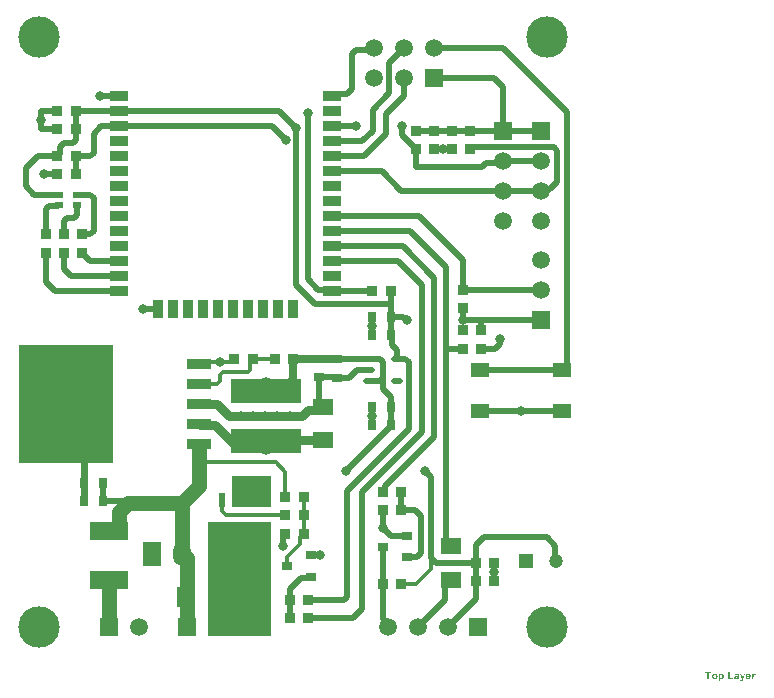
<source format=gtl>
G04*
G04 #@! TF.GenerationSoftware,Altium Limited,Altium Designer,23.3.1 (30)*
G04*
G04 Layer_Physical_Order=1*
G04 Layer_Color=255*
%FSLAX25Y25*%
%MOIN*%
G70*
G04*
G04 #@! TF.SameCoordinates,97A15D6B-2EEB-42C3-8D6F-FEDD3E2C4342*
G04*
G04*
G04 #@! TF.FilePolarity,Positive*
G04*
G01*
G75*
%ADD17R,0.03543X0.03799*%
%ADD18R,0.06102X0.05118*%
%ADD19R,0.03150X0.02165*%
%ADD20R,0.03799X0.03543*%
%ADD21R,0.02756X0.03543*%
%ADD22R,0.03937X0.01968*%
%ADD23O,0.03937X0.01968*%
%ADD24R,0.03543X0.02756*%
%ADD25R,0.05276X0.07087*%
%ADD26R,0.12598X0.05906*%
%ADD27R,0.07087X0.05276*%
%ADD28R,0.03543X0.03150*%
%ADD29R,0.05906X0.03543*%
%ADD30R,0.03543X0.05906*%
%ADD31R,0.17362X0.16142*%
%ADD32R,0.02362X0.05118*%
%ADD33R,0.23622X0.07874*%
%ADD34R,0.07874X0.03543*%
%ADD35R,0.31496X0.39370*%
%ADD64C,0.01968*%
%ADD65C,0.01181*%
%ADD66C,0.05118*%
%ADD67C,0.02756*%
%ADD68C,0.03150*%
%ADD69C,0.02362*%
%ADD70C,0.03937*%
%ADD71C,0.13780*%
%ADD72R,0.05906X0.05906*%
%ADD73C,0.05906*%
%ADD74C,0.04724*%
%ADD75R,0.04724X0.04724*%
%ADD76C,0.06000*%
%ADD77R,0.05906X0.05906*%
%ADD78R,0.05906X0.07874*%
%ADD79O,0.05906X0.07874*%
%ADD80C,0.03150*%
%ADD81C,0.03937*%
G36*
X-7500Y-97500D02*
X-28500D01*
Y-59500D01*
X-7500D01*
Y-97500D01*
D02*
G37*
G36*
Y-54500D02*
X-20500D01*
Y-44000D01*
X-7500D01*
Y-54500D01*
D02*
G37*
G36*
X153906Y-109862D02*
X153922Y-109865D01*
X153963Y-109870D01*
X154012Y-109881D01*
X154067Y-109897D01*
X154124Y-109922D01*
X154182Y-109952D01*
X154031Y-110372D01*
X154026Y-110370D01*
X154009Y-110359D01*
X153988Y-110348D01*
X153958Y-110331D01*
X153922Y-110318D01*
X153884Y-110304D01*
X153846Y-110296D01*
X153805Y-110293D01*
X153788D01*
X153769Y-110296D01*
X153745Y-110301D01*
X153717Y-110307D01*
X153690Y-110318D01*
X153660Y-110331D01*
X153633Y-110351D01*
X153630Y-110353D01*
X153622Y-110362D01*
X153608Y-110375D01*
X153592Y-110397D01*
X153576Y-110424D01*
X153556Y-110460D01*
X153537Y-110501D01*
X153521Y-110553D01*
Y-110555D01*
X153518Y-110561D01*
Y-110569D01*
X153515Y-110583D01*
X153513Y-110599D01*
X153510Y-110624D01*
X153505Y-110651D01*
X153502Y-110684D01*
X153499Y-110722D01*
X153494Y-110766D01*
X153491Y-110815D01*
X153488Y-110872D01*
X153485Y-110935D01*
Y-111003D01*
X153483Y-111080D01*
Y-111164D01*
Y-111726D01*
X152999D01*
Y-109900D01*
X153447D01*
Y-110162D01*
X153450Y-110160D01*
X153453Y-110154D01*
X153458Y-110146D01*
X153466Y-110132D01*
X153488Y-110099D01*
X153515Y-110061D01*
X153548Y-110020D01*
X153581Y-109982D01*
X153616Y-109947D01*
X153636Y-109930D01*
X153652Y-109919D01*
X153657Y-109916D01*
X153668Y-109911D01*
X153687Y-109900D01*
X153712Y-109889D01*
X153745Y-109878D01*
X153780Y-109867D01*
X153818Y-109862D01*
X153862Y-109859D01*
X153889D01*
X153906Y-109862D01*
D02*
G37*
G36*
X142907D02*
X142931D01*
X142958Y-109867D01*
X142989Y-109873D01*
X143024Y-109881D01*
X143065Y-109889D01*
X143106Y-109903D01*
X143150Y-109919D01*
X143193Y-109941D01*
X143240Y-109966D01*
X143286Y-109993D01*
X143330Y-110028D01*
X143374Y-110067D01*
X143417Y-110110D01*
X143420Y-110113D01*
X143428Y-110121D01*
X143439Y-110135D01*
X143453Y-110157D01*
X143469Y-110181D01*
X143488Y-110211D01*
X143507Y-110249D01*
X143529Y-110291D01*
X143551Y-110337D01*
X143570Y-110389D01*
X143589Y-110446D01*
X143605Y-110509D01*
X143619Y-110574D01*
X143633Y-110645D01*
X143638Y-110722D01*
X143641Y-110804D01*
Y-110809D01*
Y-110823D01*
X143638Y-110847D01*
Y-110880D01*
X143635Y-110918D01*
X143630Y-110962D01*
X143622Y-111011D01*
X143614Y-111066D01*
X143600Y-111120D01*
X143586Y-111180D01*
X143567Y-111238D01*
X143545Y-111298D01*
X143521Y-111355D01*
X143491Y-111413D01*
X143455Y-111467D01*
X143417Y-111516D01*
X143414Y-111519D01*
X143406Y-111527D01*
X143395Y-111538D01*
X143376Y-111555D01*
X143354Y-111574D01*
X143330Y-111595D01*
X143300Y-111617D01*
X143264Y-111642D01*
X143229Y-111666D01*
X143185Y-111688D01*
X143141Y-111710D01*
X143092Y-111729D01*
X143043Y-111743D01*
X142989Y-111757D01*
X142934Y-111765D01*
X142874Y-111767D01*
X142849D01*
X142819Y-111765D01*
X142781Y-111759D01*
X142740Y-111754D01*
X142694Y-111743D01*
X142645Y-111726D01*
X142598Y-111707D01*
X142593Y-111705D01*
X142576Y-111697D01*
X142552Y-111680D01*
X142519Y-111658D01*
X142481Y-111631D01*
X142437Y-111595D01*
X142391Y-111552D01*
X142341Y-111503D01*
Y-112420D01*
X141858D01*
Y-109900D01*
X142309D01*
Y-110168D01*
X142314Y-110165D01*
X142325Y-110149D01*
X142344Y-110121D01*
X142371Y-110091D01*
X142404Y-110056D01*
X142445Y-110018D01*
X142492Y-109979D01*
X142543Y-109947D01*
X142546D01*
X142552Y-109944D01*
X142560Y-109938D01*
X142571Y-109933D01*
X142585Y-109927D01*
X142601Y-109919D01*
X142642Y-109903D01*
X142691Y-109887D01*
X142748Y-109873D01*
X142811Y-109862D01*
X142877Y-109859D01*
X142890D01*
X142907Y-109862D01*
D02*
G37*
G36*
X150108Y-111658D02*
X149991Y-111975D01*
Y-111978D01*
X149988Y-111983D01*
X149986Y-111991D01*
X149980Y-112002D01*
X149969Y-112030D01*
X149953Y-112065D01*
X149934Y-112103D01*
X149915Y-112144D01*
X149893Y-112182D01*
X149871Y-112218D01*
X149868Y-112221D01*
X149860Y-112232D01*
X149849Y-112248D01*
X149833Y-112267D01*
X149813Y-112289D01*
X149792Y-112311D01*
X149764Y-112332D01*
X149737Y-112354D01*
X149734Y-112357D01*
X149723Y-112363D01*
X149707Y-112373D01*
X149688Y-112384D01*
X149661Y-112398D01*
X149628Y-112412D01*
X149592Y-112425D01*
X149554Y-112436D01*
X149549D01*
X149535Y-112442D01*
X149513Y-112444D01*
X149483Y-112450D01*
X149448Y-112455D01*
X149407Y-112461D01*
X149360Y-112464D01*
X149309Y-112466D01*
X149284D01*
X149257Y-112464D01*
X149224D01*
X149180Y-112458D01*
X149136Y-112453D01*
X149087Y-112447D01*
X149038Y-112436D01*
X148995Y-112057D01*
X149000D01*
X149014Y-112059D01*
X149036Y-112065D01*
X149063Y-112068D01*
X149093Y-112073D01*
X149128Y-112079D01*
X149197Y-112081D01*
X149213D01*
X149224Y-112079D01*
X149254Y-112076D01*
X149292Y-112068D01*
X149330Y-112057D01*
X149374Y-112038D01*
X149412Y-112013D01*
X149445Y-111980D01*
X149448Y-111975D01*
X149459Y-111961D01*
X149472Y-111942D01*
X149491Y-111912D01*
X149511Y-111877D01*
X149532Y-111833D01*
X149551Y-111786D01*
X149568Y-111732D01*
X148877Y-109900D01*
X149390D01*
X149824Y-111200D01*
X150253Y-109900D01*
X150753D01*
X150108Y-111658D01*
D02*
G37*
G36*
X147941Y-109862D02*
X147974D01*
X148006Y-109865D01*
X148045Y-109870D01*
X148124Y-109878D01*
X148203Y-109892D01*
X148279Y-109911D01*
X148312Y-109925D01*
X148345Y-109938D01*
X148347D01*
X148353Y-109941D01*
X148361Y-109947D01*
X148369Y-109952D01*
X148399Y-109968D01*
X148432Y-109990D01*
X148470Y-110020D01*
X148506Y-110053D01*
X148541Y-110091D01*
X148569Y-110132D01*
X148571Y-110138D01*
X148574Y-110146D01*
X148580Y-110154D01*
X148585Y-110168D01*
X148591Y-110187D01*
X148596Y-110206D01*
X148601Y-110230D01*
X148607Y-110258D01*
X148612Y-110288D01*
X148618Y-110323D01*
X148623Y-110364D01*
X148629Y-110408D01*
X148631Y-110454D01*
X148634Y-110506D01*
Y-110564D01*
X148626Y-111129D01*
Y-111131D01*
Y-111140D01*
Y-111151D01*
Y-111167D01*
Y-111189D01*
Y-111211D01*
X148629Y-111262D01*
X148631Y-111320D01*
X148634Y-111380D01*
X148640Y-111434D01*
X148645Y-111462D01*
X148648Y-111484D01*
Y-111489D01*
X148653Y-111503D01*
X148659Y-111527D01*
X148667Y-111557D01*
X148678Y-111593D01*
X148694Y-111634D01*
X148713Y-111680D01*
X148735Y-111726D01*
X148257D01*
Y-111724D01*
X148255Y-111718D01*
X148249Y-111707D01*
X148244Y-111691D01*
X148238Y-111672D01*
X148227Y-111647D01*
X148219Y-111617D01*
X148208Y-111584D01*
Y-111582D01*
X148205Y-111576D01*
X148203Y-111560D01*
X148197Y-111541D01*
X148195Y-111533D01*
X148192Y-111527D01*
X148186Y-111533D01*
X148170Y-111546D01*
X148145Y-111568D01*
X148113Y-111595D01*
X148074Y-111623D01*
X148028Y-111653D01*
X147979Y-111683D01*
X147927Y-111707D01*
X147924D01*
X147922Y-111710D01*
X147913Y-111713D01*
X147903Y-111716D01*
X147875Y-111726D01*
X147837Y-111737D01*
X147793Y-111748D01*
X147741Y-111759D01*
X147687Y-111765D01*
X147627Y-111767D01*
X147599D01*
X147580Y-111765D01*
X147556Y-111762D01*
X147529Y-111759D01*
X147499Y-111754D01*
X147466Y-111748D01*
X147395Y-111732D01*
X147321Y-111705D01*
X147283Y-111686D01*
X147247Y-111666D01*
X147215Y-111645D01*
X147182Y-111617D01*
X147179Y-111615D01*
X147174Y-111609D01*
X147168Y-111601D01*
X147157Y-111590D01*
X147144Y-111574D01*
X147130Y-111557D01*
X147116Y-111535D01*
X147103Y-111511D01*
X147086Y-111484D01*
X147073Y-111456D01*
X147045Y-111388D01*
X147034Y-111353D01*
X147029Y-111314D01*
X147023Y-111273D01*
X147021Y-111230D01*
Y-111227D01*
Y-111221D01*
Y-111213D01*
Y-111202D01*
X147023Y-111175D01*
X147029Y-111137D01*
X147040Y-111093D01*
X147051Y-111047D01*
X147070Y-111000D01*
X147094Y-110954D01*
Y-110951D01*
X147097Y-110948D01*
X147108Y-110935D01*
X147125Y-110913D01*
X147149Y-110886D01*
X147176Y-110856D01*
X147212Y-110826D01*
X147253Y-110796D01*
X147299Y-110771D01*
X147302D01*
X147305Y-110768D01*
X147313Y-110766D01*
X147324Y-110760D01*
X147337Y-110755D01*
X147354Y-110746D01*
X147376Y-110741D01*
X147397Y-110733D01*
X147422Y-110725D01*
X147452Y-110714D01*
X147485Y-110705D01*
X147518Y-110695D01*
X147556Y-110686D01*
X147597Y-110675D01*
X147638Y-110664D01*
X147684Y-110656D01*
X147687D01*
X147698Y-110654D01*
X147717Y-110651D01*
X147739Y-110645D01*
X147766Y-110640D01*
X147799Y-110635D01*
X147834Y-110626D01*
X147872Y-110618D01*
X147949Y-110599D01*
X148028Y-110580D01*
X148064Y-110569D01*
X148099Y-110558D01*
X148129Y-110547D01*
X148156Y-110536D01*
Y-110490D01*
Y-110487D01*
Y-110484D01*
Y-110465D01*
X148154Y-110441D01*
X148148Y-110411D01*
X148140Y-110378D01*
X148126Y-110345D01*
X148110Y-110312D01*
X148085Y-110288D01*
X148083Y-110285D01*
X148072Y-110280D01*
X148053Y-110269D01*
X148028Y-110258D01*
X147993Y-110247D01*
X147946Y-110236D01*
X147919Y-110233D01*
X147892Y-110230D01*
X147859Y-110228D01*
X147801D01*
X147777Y-110230D01*
X147750Y-110233D01*
X147717Y-110241D01*
X147681Y-110249D01*
X147649Y-110263D01*
X147619Y-110280D01*
X147616Y-110282D01*
X147608Y-110291D01*
X147594Y-110301D01*
X147578Y-110320D01*
X147558Y-110345D01*
X147539Y-110378D01*
X147520Y-110416D01*
X147504Y-110460D01*
X147070Y-110381D01*
Y-110378D01*
X147073Y-110370D01*
X147078Y-110356D01*
X147083Y-110337D01*
X147092Y-110315D01*
X147103Y-110291D01*
X147130Y-110233D01*
X147165Y-110168D01*
X147209Y-110102D01*
X147261Y-110042D01*
X147291Y-110012D01*
X147324Y-109987D01*
X147327Y-109985D01*
X147332Y-109982D01*
X147343Y-109976D01*
X147356Y-109968D01*
X147376Y-109957D01*
X147400Y-109947D01*
X147427Y-109936D01*
X147458Y-109922D01*
X147496Y-109911D01*
X147534Y-109900D01*
X147578Y-109889D01*
X147627Y-109878D01*
X147679Y-109870D01*
X147736Y-109865D01*
X147796Y-109859D01*
X147916D01*
X147941Y-109862D01*
D02*
G37*
G36*
X145525Y-111301D02*
X146789D01*
Y-111726D01*
X145017D01*
Y-109229D01*
X145525D01*
Y-111301D01*
D02*
G37*
G36*
X139401Y-109633D02*
X138659D01*
Y-111726D01*
X138151D01*
Y-109633D01*
X137403D01*
Y-109207D01*
X139401D01*
Y-109633D01*
D02*
G37*
G36*
X151795Y-109862D02*
X151825Y-109865D01*
X151858Y-109867D01*
X151899Y-109873D01*
X151943Y-109881D01*
X151989Y-109892D01*
X152041Y-109908D01*
X152093Y-109925D01*
X152145Y-109947D01*
X152199Y-109974D01*
X152251Y-110004D01*
X152303Y-110039D01*
X152352Y-110083D01*
X152399Y-110129D01*
X152402Y-110132D01*
X152410Y-110143D01*
X152421Y-110157D01*
X152434Y-110179D01*
X152453Y-110209D01*
X152472Y-110244D01*
X152494Y-110285D01*
X152516Y-110331D01*
X152538Y-110386D01*
X152557Y-110449D01*
X152576Y-110514D01*
X152593Y-110588D01*
X152606Y-110670D01*
X152617Y-110757D01*
X152625Y-110850D01*
Y-110951D01*
X151416D01*
Y-110954D01*
Y-110959D01*
Y-110973D01*
X151419Y-110987D01*
X151421Y-111006D01*
X151424Y-111028D01*
X151432Y-111074D01*
X151446Y-111129D01*
X151465Y-111186D01*
X151493Y-111240D01*
X151531Y-111290D01*
X151533D01*
X151536Y-111295D01*
X151550Y-111309D01*
X151574Y-111328D01*
X151607Y-111347D01*
X151648Y-111369D01*
X151697Y-111388D01*
X151752Y-111402D01*
X151782Y-111404D01*
X151812Y-111407D01*
X151831D01*
X151850Y-111404D01*
X151877Y-111399D01*
X151907Y-111393D01*
X151937Y-111382D01*
X151970Y-111366D01*
X152000Y-111347D01*
X152003Y-111344D01*
X152014Y-111336D01*
X152027Y-111320D01*
X152044Y-111298D01*
X152066Y-111271D01*
X152085Y-111235D01*
X152104Y-111194D01*
X152120Y-111145D01*
X152601Y-111227D01*
Y-111230D01*
X152595Y-111238D01*
X152590Y-111251D01*
X152585Y-111271D01*
X152574Y-111292D01*
X152560Y-111317D01*
X152546Y-111347D01*
X152530Y-111377D01*
X152489Y-111443D01*
X152437Y-111508D01*
X152377Y-111574D01*
X152341Y-111604D01*
X152306Y-111631D01*
X152303Y-111634D01*
X152298Y-111636D01*
X152287Y-111645D01*
X152270Y-111653D01*
X152251Y-111664D01*
X152227Y-111675D01*
X152199Y-111686D01*
X152170Y-111699D01*
X152134Y-111713D01*
X152096Y-111724D01*
X152055Y-111735D01*
X152011Y-111746D01*
X151965Y-111754D01*
X151913Y-111762D01*
X151861Y-111765D01*
X151806Y-111767D01*
X151785D01*
X151760Y-111765D01*
X151727Y-111762D01*
X151689Y-111759D01*
X151643Y-111751D01*
X151593Y-111743D01*
X151539Y-111729D01*
X151481Y-111713D01*
X151424Y-111691D01*
X151367Y-111666D01*
X151307Y-111636D01*
X151252Y-111601D01*
X151198Y-111560D01*
X151148Y-111513D01*
X151102Y-111459D01*
X151099Y-111456D01*
X151094Y-111448D01*
X151086Y-111434D01*
X151075Y-111413D01*
X151061Y-111388D01*
X151045Y-111361D01*
X151028Y-111325D01*
X151012Y-111287D01*
X150996Y-111243D01*
X150979Y-111194D01*
X150963Y-111142D01*
X150949Y-111088D01*
X150938Y-111028D01*
X150930Y-110965D01*
X150925Y-110897D01*
X150922Y-110828D01*
Y-110823D01*
Y-110809D01*
X150925Y-110785D01*
Y-110755D01*
X150930Y-110716D01*
X150935Y-110670D01*
X150941Y-110624D01*
X150952Y-110569D01*
X150963Y-110514D01*
X150979Y-110457D01*
X150998Y-110397D01*
X151020Y-110337D01*
X151048Y-110280D01*
X151080Y-110222D01*
X151116Y-110168D01*
X151157Y-110118D01*
X151159Y-110116D01*
X151168Y-110108D01*
X151181Y-110094D01*
X151200Y-110078D01*
X151222Y-110058D01*
X151252Y-110037D01*
X151285Y-110012D01*
X151321Y-109987D01*
X151361Y-109966D01*
X151408Y-109941D01*
X151457Y-109919D01*
X151512Y-109900D01*
X151566Y-109884D01*
X151626Y-109870D01*
X151692Y-109862D01*
X151757Y-109859D01*
X151776D01*
X151795Y-109862D01*
D02*
G37*
G36*
X140592D02*
X140619Y-109865D01*
X140654Y-109867D01*
X140695Y-109873D01*
X140742Y-109881D01*
X140791Y-109892D01*
X140843Y-109908D01*
X140897Y-109925D01*
X140955Y-109947D01*
X141009Y-109974D01*
X141067Y-110004D01*
X141124Y-110039D01*
X141176Y-110083D01*
X141228Y-110129D01*
X141230Y-110132D01*
X141239Y-110143D01*
X141252Y-110157D01*
X141269Y-110179D01*
X141290Y-110206D01*
X141312Y-110236D01*
X141334Y-110274D01*
X141361Y-110315D01*
X141386Y-110362D01*
X141408Y-110413D01*
X141432Y-110471D01*
X141452Y-110531D01*
X141468Y-110593D01*
X141482Y-110662D01*
X141490Y-110733D01*
X141492Y-110809D01*
Y-110815D01*
Y-110828D01*
X141490Y-110850D01*
Y-110877D01*
X141484Y-110913D01*
X141479Y-110954D01*
X141471Y-111000D01*
X141460Y-111049D01*
X141446Y-111104D01*
X141427Y-111159D01*
X141405Y-111216D01*
X141381Y-111273D01*
X141348Y-111333D01*
X141312Y-111388D01*
X141271Y-111445D01*
X141225Y-111497D01*
X141222Y-111500D01*
X141214Y-111508D01*
X141198Y-111522D01*
X141176Y-111538D01*
X141151Y-111560D01*
X141119Y-111582D01*
X141083Y-111606D01*
X141042Y-111631D01*
X140996Y-111658D01*
X140944Y-111683D01*
X140889Y-111705D01*
X140829Y-111724D01*
X140766Y-111743D01*
X140698Y-111757D01*
X140627Y-111765D01*
X140553Y-111767D01*
X140529D01*
X140510Y-111765D01*
X140488D01*
X140463Y-111762D01*
X140433Y-111759D01*
X140401Y-111754D01*
X140327Y-111740D01*
X140245Y-111721D01*
X140160Y-111694D01*
X140076Y-111655D01*
X140073Y-111653D01*
X140065Y-111650D01*
X140054Y-111645D01*
X140037Y-111634D01*
X140018Y-111623D01*
X139999Y-111606D01*
X139947Y-111571D01*
X139893Y-111524D01*
X139835Y-111467D01*
X139781Y-111399D01*
X139732Y-111322D01*
Y-111320D01*
X139726Y-111311D01*
X139721Y-111301D01*
X139713Y-111284D01*
X139704Y-111262D01*
X139693Y-111238D01*
X139685Y-111208D01*
X139674Y-111175D01*
X139663Y-111137D01*
X139653Y-111096D01*
X139641Y-111052D01*
X139633Y-111006D01*
X139625Y-110957D01*
X139620Y-110902D01*
X139617Y-110847D01*
X139614Y-110790D01*
Y-110787D01*
Y-110779D01*
Y-110766D01*
X139617Y-110749D01*
Y-110727D01*
X139620Y-110700D01*
X139625Y-110673D01*
X139628Y-110640D01*
X139644Y-110569D01*
X139663Y-110490D01*
X139693Y-110408D01*
X139710Y-110364D01*
X139732Y-110323D01*
X139734Y-110320D01*
X139737Y-110312D01*
X139745Y-110301D01*
X139753Y-110285D01*
X139764Y-110266D01*
X139781Y-110244D01*
X139816Y-110195D01*
X139865Y-110140D01*
X139923Y-110083D01*
X139988Y-110028D01*
X140065Y-109979D01*
X140067Y-109976D01*
X140076Y-109974D01*
X140086Y-109968D01*
X140103Y-109960D01*
X140125Y-109952D01*
X140149Y-109941D01*
X140177Y-109930D01*
X140207Y-109919D01*
X140242Y-109908D01*
X140280Y-109897D01*
X140362Y-109878D01*
X140452Y-109865D01*
X140501Y-109859D01*
X140570D01*
X140592Y-109862D01*
D02*
G37*
%LPC*%
G36*
X142743Y-110241D02*
X142726D01*
X142713Y-110244D01*
X142699Y-110247D01*
X142680Y-110249D01*
X142639Y-110258D01*
X142593Y-110274D01*
X142543Y-110299D01*
X142519Y-110315D01*
X142494Y-110334D01*
X142470Y-110356D01*
X142448Y-110381D01*
Y-110383D01*
X142443Y-110386D01*
X142437Y-110394D01*
X142429Y-110405D01*
X142421Y-110422D01*
X142412Y-110438D01*
X142402Y-110460D01*
X142391Y-110482D01*
X142380Y-110509D01*
X142369Y-110539D01*
X142361Y-110572D01*
X142352Y-110607D01*
X142344Y-110648D01*
X142339Y-110689D01*
X142336Y-110735D01*
X142333Y-110785D01*
Y-110787D01*
Y-110798D01*
Y-110815D01*
X142336Y-110834D01*
Y-110861D01*
X142339Y-110891D01*
X142344Y-110921D01*
X142350Y-110957D01*
X142363Y-111030D01*
X142385Y-111107D01*
X142415Y-111178D01*
X142432Y-111211D01*
X142453Y-111240D01*
X142456Y-111243D01*
X142459Y-111246D01*
X142475Y-111262D01*
X142503Y-111287D01*
X142538Y-111311D01*
X142582Y-111339D01*
X142631Y-111363D01*
X142691Y-111380D01*
X142721Y-111382D01*
X142754Y-111385D01*
X142770D01*
X142781Y-111382D01*
X142811Y-111377D01*
X142852Y-111369D01*
X142896Y-111353D01*
X142942Y-111328D01*
X142964Y-111314D01*
X142989Y-111295D01*
X143010Y-111276D01*
X143032Y-111251D01*
X143035Y-111249D01*
X143038Y-111246D01*
X143043Y-111238D01*
X143051Y-111227D01*
X143060Y-111211D01*
X143068Y-111194D01*
X143079Y-111172D01*
X143089Y-111145D01*
X143101Y-111118D01*
X143111Y-111085D01*
X143120Y-111049D01*
X143128Y-111009D01*
X143136Y-110965D01*
X143141Y-110916D01*
X143147Y-110864D01*
Y-110809D01*
Y-110807D01*
Y-110796D01*
Y-110782D01*
X143144Y-110763D01*
Y-110738D01*
X143141Y-110711D01*
X143136Y-110681D01*
X143133Y-110648D01*
X143120Y-110580D01*
X143098Y-110509D01*
X143068Y-110441D01*
X143051Y-110411D01*
X143029Y-110383D01*
Y-110381D01*
X143024Y-110378D01*
X143008Y-110362D01*
X142983Y-110340D01*
X142950Y-110312D01*
X142909Y-110285D01*
X142860Y-110263D01*
X142806Y-110247D01*
X142776Y-110244D01*
X142743Y-110241D01*
D02*
G37*
G36*
X148156Y-110850D02*
X148151Y-110853D01*
X148137Y-110856D01*
X148116Y-110864D01*
X148083Y-110872D01*
X148042Y-110883D01*
X147990Y-110897D01*
X147930Y-110910D01*
X147859Y-110927D01*
X147856D01*
X147851Y-110929D01*
X147840D01*
X147826Y-110935D01*
X147793Y-110943D01*
X147752Y-110951D01*
X147709Y-110965D01*
X147665Y-110978D01*
X147627Y-110992D01*
X147610Y-111000D01*
X147597Y-111009D01*
X147594Y-111011D01*
X147583Y-111019D01*
X147567Y-111036D01*
X147550Y-111055D01*
X147534Y-111080D01*
X147518Y-111109D01*
X147507Y-111142D01*
X147504Y-111178D01*
Y-111183D01*
Y-111194D01*
X147507Y-111213D01*
X147512Y-111238D01*
X147523Y-111265D01*
X147534Y-111295D01*
X147553Y-111322D01*
X147578Y-111353D01*
X147580Y-111355D01*
X147591Y-111363D01*
X147608Y-111377D01*
X147629Y-111388D01*
X147660Y-111402D01*
X147692Y-111415D01*
X147731Y-111424D01*
X147772Y-111426D01*
X147777D01*
X147793Y-111424D01*
X147818Y-111421D01*
X147851Y-111415D01*
X147889Y-111404D01*
X147933Y-111391D01*
X147976Y-111369D01*
X148020Y-111342D01*
X148023Y-111339D01*
X148034Y-111331D01*
X148050Y-111317D01*
X148066Y-111298D01*
X148088Y-111273D01*
X148107Y-111246D01*
X148124Y-111216D01*
X148137Y-111183D01*
Y-111180D01*
X148140Y-111170D01*
X148143Y-111153D01*
X148148Y-111131D01*
X148151Y-111099D01*
X148154Y-111058D01*
X148156Y-111009D01*
Y-110948D01*
Y-110850D01*
D02*
G37*
G36*
X151785Y-110228D02*
X151768D01*
X151757Y-110230D01*
X151730Y-110233D01*
X151692Y-110241D01*
X151651Y-110255D01*
X151607Y-110277D01*
X151566Y-110307D01*
X151544Y-110323D01*
X151525Y-110345D01*
X151520Y-110351D01*
X151509Y-110367D01*
X151493Y-110391D01*
X151473Y-110427D01*
X151454Y-110471D01*
X151438Y-110525D01*
X151427Y-110585D01*
X151424Y-110656D01*
X152145D01*
Y-110654D01*
Y-110648D01*
Y-110637D01*
X152142Y-110621D01*
X152139Y-110604D01*
X152137Y-110585D01*
X152129Y-110539D01*
X152115Y-110487D01*
X152096Y-110435D01*
X152071Y-110383D01*
X152036Y-110340D01*
X152030Y-110334D01*
X152017Y-110323D01*
X151995Y-110304D01*
X151965Y-110282D01*
X151929Y-110263D01*
X151886Y-110244D01*
X151836Y-110233D01*
X151785Y-110228D01*
D02*
G37*
G36*
X140551Y-110252D02*
X140532D01*
X140521Y-110255D01*
X140504Y-110258D01*
X140485Y-110260D01*
X140441Y-110271D01*
X140390Y-110288D01*
X140338Y-110312D01*
X140310Y-110329D01*
X140286Y-110348D01*
X140259Y-110372D01*
X140234Y-110397D01*
Y-110400D01*
X140228Y-110402D01*
X140223Y-110413D01*
X140215Y-110424D01*
X140204Y-110438D01*
X140193Y-110457D01*
X140182Y-110479D01*
X140171Y-110503D01*
X140160Y-110531D01*
X140149Y-110564D01*
X140138Y-110596D01*
X140128Y-110635D01*
X140119Y-110675D01*
X140114Y-110719D01*
X140111Y-110766D01*
X140108Y-110815D01*
Y-110817D01*
Y-110826D01*
Y-110842D01*
X140111Y-110858D01*
Y-110883D01*
X140114Y-110907D01*
X140119Y-110938D01*
X140125Y-110970D01*
X140138Y-111036D01*
X140160Y-111107D01*
X140193Y-111172D01*
X140212Y-111205D01*
X140234Y-111232D01*
X140237Y-111235D01*
X140239Y-111238D01*
X140248Y-111246D01*
X140256Y-111254D01*
X140286Y-111276D01*
X140321Y-111303D01*
X140368Y-111331D01*
X140422Y-111353D01*
X140482Y-111369D01*
X140515Y-111372D01*
X140551Y-111374D01*
X140570D01*
X140583Y-111372D01*
X140597Y-111369D01*
X140616Y-111366D01*
X140660Y-111355D01*
X140712Y-111339D01*
X140764Y-111314D01*
X140791Y-111298D01*
X140818Y-111279D01*
X140843Y-111257D01*
X140867Y-111232D01*
X140870Y-111230D01*
X140873Y-111224D01*
X140878Y-111216D01*
X140886Y-111205D01*
X140897Y-111191D01*
X140908Y-111172D01*
X140919Y-111151D01*
X140933Y-111126D01*
X140944Y-111099D01*
X140955Y-111066D01*
X140966Y-111030D01*
X140977Y-110995D01*
X140985Y-110954D01*
X140990Y-110910D01*
X140996Y-110861D01*
Y-110812D01*
Y-110809D01*
Y-110801D01*
Y-110785D01*
X140993Y-110768D01*
Y-110744D01*
X140990Y-110719D01*
X140985Y-110689D01*
X140979Y-110659D01*
X140966Y-110591D01*
X140941Y-110523D01*
X140911Y-110457D01*
X140889Y-110424D01*
X140867Y-110397D01*
X140865Y-110394D01*
X140862Y-110391D01*
X140854Y-110383D01*
X140846Y-110375D01*
X140818Y-110351D01*
X140780Y-110323D01*
X140734Y-110299D01*
X140679Y-110274D01*
X140619Y-110258D01*
X140586Y-110255D01*
X140551Y-110252D01*
D02*
G37*
%LPD*%
D17*
X62500Y4650D02*
D03*
Y-1650D02*
D03*
X-70500Y30350D02*
D03*
Y36650D02*
D03*
X-76500Y30350D02*
D03*
Y36650D02*
D03*
X-82500Y30350D02*
D03*
Y36650D02*
D03*
X56500Y18150D02*
D03*
Y11850D02*
D03*
Y4650D02*
D03*
Y-1650D02*
D03*
X59000Y64850D02*
D03*
Y71150D02*
D03*
X53000D02*
D03*
Y64850D02*
D03*
X47000Y71150D02*
D03*
Y64850D02*
D03*
X41000D02*
D03*
Y71150D02*
D03*
D18*
X62319Y-22390D02*
D03*
X89681Y-8610D02*
D03*
Y-22390D02*
D03*
X62319Y-8610D02*
D03*
D19*
X-71850Y46228D02*
D03*
Y49772D02*
D03*
X-78150D02*
D03*
Y46228D02*
D03*
D20*
X-78650Y56500D02*
D03*
X-72350D02*
D03*
X32650Y17500D02*
D03*
X26350D02*
D03*
X150Y-5000D02*
D03*
X-6150D02*
D03*
X-13350D02*
D03*
X-19650D02*
D03*
X3650Y-51000D02*
D03*
X-2650D02*
D03*
Y-57000D02*
D03*
X3650D02*
D03*
X-2650Y-63287D02*
D03*
X3650D02*
D03*
X-1150Y-85500D02*
D03*
X5150D02*
D03*
X-1150Y-91500D02*
D03*
X5150D02*
D03*
X-72350Y77500D02*
D03*
X-78650D02*
D03*
X-72350Y71500D02*
D03*
X-78650D02*
D03*
X-72350Y62500D02*
D03*
X-78650D02*
D03*
X29850Y-80000D02*
D03*
X36150D02*
D03*
Y-55500D02*
D03*
X29850D02*
D03*
X36150Y-49500D02*
D03*
X29850D02*
D03*
X60850Y-73000D02*
D03*
X67150D02*
D03*
X60850Y-79000D02*
D03*
X67150D02*
D03*
D21*
X32610Y9000D02*
D03*
X26390D02*
D03*
X32610Y3000D02*
D03*
X26390D02*
D03*
X32610Y-21000D02*
D03*
X26390D02*
D03*
X32610Y-27000D02*
D03*
X26390D02*
D03*
X-63390Y-46500D02*
D03*
X-69610D02*
D03*
X-63390Y-52500D02*
D03*
X-69610D02*
D03*
D22*
X25248Y-5000D02*
D03*
D23*
Y-8740D02*
D03*
Y-12480D02*
D03*
X34500Y-5000D02*
D03*
Y-12480D02*
D03*
D24*
X14500Y-5000D02*
D03*
Y-11220D02*
D03*
X8500Y-4890D02*
D03*
Y-11110D02*
D03*
D25*
X-24870Y-84500D02*
D03*
X-36130D02*
D03*
D26*
X-61500Y-62232D02*
D03*
Y-78768D02*
D03*
D27*
X10000Y-20870D02*
D03*
Y-32130D02*
D03*
X52500Y-67370D02*
D03*
Y-78630D02*
D03*
D28*
X5937Y-77543D02*
D03*
Y-70457D02*
D03*
X-1937Y-74000D02*
D03*
X30126Y-67543D02*
D03*
X38000Y-64000D02*
D03*
Y-71087D02*
D03*
D29*
X12827Y82500D02*
D03*
Y77500D02*
D03*
Y72500D02*
D03*
Y67500D02*
D03*
Y62500D02*
D03*
Y57500D02*
D03*
Y52500D02*
D03*
Y47500D02*
D03*
Y42500D02*
D03*
Y37500D02*
D03*
Y32500D02*
D03*
Y27500D02*
D03*
Y22500D02*
D03*
Y17500D02*
D03*
D03*
X-58000D02*
D03*
Y82500D02*
D03*
D03*
Y22500D02*
D03*
Y27500D02*
D03*
Y32500D02*
D03*
Y37500D02*
D03*
Y42500D02*
D03*
Y47500D02*
D03*
Y52500D02*
D03*
Y57500D02*
D03*
Y62500D02*
D03*
Y67500D02*
D03*
Y72500D02*
D03*
Y77500D02*
D03*
D30*
X-87Y11594D02*
D03*
X-5087D02*
D03*
X-10087D02*
D03*
X-15087D02*
D03*
X-20087D02*
D03*
X-25087D02*
D03*
X-30087D02*
D03*
X-35087D02*
D03*
X-40087D02*
D03*
X-45087D02*
D03*
D03*
D31*
X-16300Y-67600D02*
D03*
D32*
X-8800Y-51900D02*
D03*
X-13800D02*
D03*
X-18800D02*
D03*
X-23800D02*
D03*
D33*
X-9000Y-32268D02*
D03*
Y-15732D02*
D03*
D34*
X-31260Y-6713D02*
D03*
Y-13406D02*
D03*
Y-20098D02*
D03*
Y-26791D02*
D03*
X-31457Y-33386D02*
D03*
D35*
X-75748Y-20000D02*
D03*
D64*
X-50000Y11500D02*
X-45181D01*
X-45087Y11594D01*
X69000Y0D02*
Y1500D01*
X67350Y-1650D02*
X69000Y0D01*
X62500Y-1650D02*
X67350D01*
X62500Y8000D02*
X82500D01*
X56500D02*
X62500D01*
Y4650D02*
Y8000D01*
X75945Y-22445D02*
X76000Y-22500D01*
X62374Y-22445D02*
X75945D01*
X76055D02*
X89626D01*
X62319Y-22390D02*
X62374Y-22445D01*
X89626D02*
X89681Y-22390D01*
X76000Y-22500D02*
X76055Y-22445D01*
X62319Y-8610D02*
X89681D01*
X47000Y98500D02*
X70000Y98500D01*
X91181Y-7110D02*
Y77319D01*
X70000Y98500D02*
X91181Y77319D01*
X82500Y51000D02*
X83253Y51753D01*
X88000Y54000D02*
Y64384D01*
X83253Y51753D02*
X85753D01*
X88000Y54000D01*
X70000Y51000D02*
X82500D01*
X59687Y65537D02*
X86847D01*
X88000Y64384D01*
X841Y19659D02*
X7260Y13240D01*
X841Y19659D02*
Y72000D01*
X7260Y13240D02*
X32630D01*
X8432Y18068D02*
X12258D01*
X5000Y21500D02*
X8432Y18068D01*
X5000Y21500D02*
Y77000D01*
X12258Y18068D02*
X12827Y17500D01*
X26350D01*
X32630Y13240D02*
Y17480D01*
Y9000D02*
Y13240D01*
X-58000Y72500D02*
X-7000D01*
X-2500Y68000D01*
X-72350Y77500D02*
X-4659D01*
X841Y72000D01*
X-64000Y72500D02*
X-58000D01*
X47000Y98500D02*
X70000D01*
X32000Y83500D02*
Y93500D01*
X26500Y71000D02*
Y78000D01*
X32000Y83500D01*
X31000Y70000D02*
Y76500D01*
X37000Y82500D02*
Y88500D01*
X31000Y76500D02*
X37000Y82500D01*
X70000Y71150D02*
X82350D01*
X59000D02*
X70000D01*
X32630Y3020D02*
Y9000D01*
X47000Y88500D02*
X67000D01*
X23000Y67500D02*
X26500Y71000D01*
X12827Y67500D02*
X23000D01*
X32000Y93500D02*
X37000Y98500D01*
X21094Y98094D02*
X26594D01*
X27000Y98500D01*
X19680Y96680D02*
X21094Y98094D01*
X19680Y85000D02*
Y96680D01*
X17274Y-42730D02*
X32610Y-27394D01*
X44000Y-42500D02*
X46000Y-44500D01*
Y-71500D02*
Y-44500D01*
Y-71500D02*
X47500Y-73000D01*
X60850D01*
X-82500Y20500D02*
X-79500Y17500D01*
X-82500Y20500D02*
Y30350D01*
X-79500Y17500D02*
X-58000D01*
X-76500Y25000D02*
X-74000Y22500D01*
X-76500Y25000D02*
Y30350D01*
X-74000Y22500D02*
X-58000D01*
X-70500Y30222D02*
Y30350D01*
X-67778Y27500D02*
X-58000D01*
X-70500Y30222D02*
X-67778Y27500D01*
X-71850Y49772D02*
X-67772D01*
X-66500Y48500D01*
Y37653D02*
Y48500D01*
X-70350Y36500D02*
X-67653D01*
X-66500Y37653D01*
X-70500Y36650D02*
X-70350Y36500D01*
X-76500Y40847D02*
X-75347Y42000D01*
X-76500Y36650D02*
Y40847D01*
X-75347Y42000D02*
X-73004D01*
X-71850Y43153D01*
Y46228D01*
X-82500Y44977D02*
X-81347Y46130D01*
X-78248D01*
X-82500Y36650D02*
Y44977D01*
X-78248Y46130D02*
X-78150Y46228D01*
X-89000Y52500D02*
X-86272Y49772D01*
X-78150D01*
X-89000Y52500D02*
Y58500D01*
X-85000Y62500D01*
X-78650D01*
X87185Y-72185D02*
Y-67185D01*
Y-72185D02*
X87500Y-72500D01*
X84500Y-64500D02*
X87185Y-67185D01*
X63500Y-64500D02*
X84500D01*
X60850Y-67150D02*
X63500Y-64500D01*
X60850Y-73000D02*
Y-67150D01*
X-83000Y56500D02*
X-78650D01*
X-84000Y71500D02*
Y77500D01*
X56575Y18075D02*
X82425D01*
X56500Y18150D02*
X56575Y18075D01*
X82425D02*
X82500Y18000D01*
X42000Y42500D02*
X56500Y28000D01*
Y18150D02*
Y28000D01*
Y8000D02*
Y11850D01*
X51000Y-1500D02*
Y25500D01*
Y-67240D02*
Y-1500D01*
X51150Y-1650D02*
X56500D01*
X51000Y-1500D02*
X51150Y-1650D01*
X70000Y71150D02*
Y85500D01*
Y71000D02*
Y71150D01*
X67000Y88500D02*
X70000Y85500D01*
X36226Y69752D02*
Y72774D01*
Y69752D02*
X41000Y64978D01*
X23500Y62500D02*
X31000Y70000D01*
X12827Y62500D02*
X23500D01*
X41000Y59000D02*
Y64978D01*
X12827Y72500D02*
X21000D01*
X17968Y83287D02*
X19680Y85000D01*
X12827Y82500D02*
X13614Y83287D01*
X17968D01*
X36680Y9000D02*
X37680Y8000D01*
X38000D01*
X32630Y9000D02*
X36680D01*
X32610D02*
X32630D01*
X67150Y-79000D02*
Y-73000D01*
X5150Y-91500D02*
X20000D01*
X23000Y-88500D01*
X5150Y-85500D02*
X16847D01*
X23000Y-88500D02*
Y-49500D01*
X16847Y-85500D02*
X18000Y-84347D01*
Y-48868D01*
X32610Y-21000D02*
Y-17610D01*
Y-27000D02*
Y-21000D01*
Y-27394D02*
Y-27000D01*
X41347Y-70848D02*
X42500Y-69695D01*
X38000Y-71087D02*
X38238Y-70848D01*
X41347D01*
X42500Y-69695D02*
Y-57500D01*
X40500Y-55500D02*
X42500Y-57500D01*
X36150Y-55500D02*
X40500D01*
X36150D02*
Y-49500D01*
X29850Y-61350D02*
X32500Y-64000D01*
X38000D01*
X29850Y-61350D02*
Y-55500D01*
X50500Y-85500D02*
Y-79000D01*
X41500Y-94500D02*
X50500Y-85500D01*
X60850Y-85150D02*
Y-79000D01*
X51500Y-94500D02*
X60850Y-85150D01*
Y-79000D02*
Y-73000D01*
X29850Y-91785D02*
X31500Y-93435D01*
Y-94500D02*
Y-93435D01*
X29850Y-91785D02*
Y-80000D01*
X29988Y-67681D02*
X30126Y-67543D01*
X29988Y-79862D02*
Y-67681D01*
X29850Y-80000D02*
X29988Y-79862D01*
X32610Y3000D02*
X33004Y2606D01*
Y-504D02*
Y2606D01*
Y-504D02*
X34500Y-2000D01*
Y-5000D02*
Y-2000D01*
Y-5000D02*
X37347D01*
X38500Y-6153D01*
Y-28368D02*
Y-6153D01*
X18000Y-48868D02*
X38500Y-28368D01*
X23000Y-49500D02*
X43000Y-29500D01*
Y19500D01*
X30766Y-48713D02*
Y-47234D01*
X47000Y-31000D01*
Y22000D01*
X29850Y-49500D02*
X29978D01*
X30766Y-48713D01*
X35000Y27500D02*
X43000Y19500D01*
X50500Y-67740D02*
X51000Y-67240D01*
X5980Y-70500D02*
X9000D01*
X5937Y-70457D02*
X5980Y-70500D01*
X2654Y-77846D02*
X5635D01*
X5937Y-77543D01*
X-1150Y-81650D02*
X2654Y-77846D01*
X-1150Y-85500D02*
Y-81650D01*
Y-91500D02*
Y-85500D01*
X12827Y27500D02*
X35000D01*
X26390Y3000D02*
Y9000D01*
X32630Y17480D02*
X32650Y17500D01*
X32610Y3000D02*
X32630Y3020D01*
X30000Y-15000D02*
Y-11500D01*
Y-15000D02*
X32610Y-17610D01*
X26390Y-27000D02*
Y-21000D01*
X-3500Y-67500D02*
Y-64075D01*
X-2713Y-63287D01*
X-2650D01*
X18779Y-11220D02*
X21260Y-8740D01*
X14500Y-11220D02*
X18779D01*
X21260Y-8740D02*
X25248D01*
X29000Y-5000D02*
X30000Y-6000D01*
X25248Y-5000D02*
X29000D01*
X30000Y-11500D02*
Y-6000D01*
X29020Y-12480D02*
X30000Y-11500D01*
X25248Y-12480D02*
X29020D01*
X14500Y-5000D02*
X25248D01*
X-64500Y82500D02*
X-58000D01*
X-84000Y71500D02*
X-78650D01*
X-84000Y77500D02*
X-78650D01*
X-72350Y56500D02*
Y62500D01*
X-67653D01*
X-66500Y63653D01*
Y70000D01*
X-64000Y72500D01*
X-72350Y71500D02*
Y77500D01*
Y68153D02*
Y71500D01*
X-76500Y67000D02*
X-73504D01*
X-72350Y68153D01*
X-77734Y65766D02*
X-76500Y67000D01*
X-77734Y63287D02*
Y65766D01*
X36500Y32500D02*
X47000Y22000D01*
X12827Y32500D02*
X36500D01*
X39000Y37500D02*
X51000Y25500D01*
X12827Y37500D02*
X39000D01*
X12827Y42500D02*
X42000D01*
X41000Y59000D02*
X63000D01*
X59000Y64850D02*
X59687Y65537D01*
X53000Y71150D02*
X59000D01*
X47000D02*
X53000D01*
X41000D02*
X47000D01*
X82350D02*
X82500Y71000D01*
X36000Y51000D02*
X70000D01*
X29500Y57500D02*
X36000Y51000D01*
X12827Y57500D02*
X29500D01*
X63000Y59000D02*
X64247Y60247D01*
X69247D02*
X70000Y61000D01*
X64247Y60247D02*
X69247D01*
X70000Y61000D02*
X82500D01*
X8555Y-11165D02*
X14445D01*
X8500Y-19370D02*
Y-11110D01*
X-63390Y-52500D02*
Y-46500D01*
X-55363Y-52500D02*
X-54863Y-53000D01*
X-63390Y-52500D02*
X-55363D01*
D65*
X-31457Y-39500D02*
X-5799D01*
X-2650Y-42650D01*
X41000Y-80000D02*
X46000Y-75000D01*
Y-71500D01*
X36150Y-80000D02*
X41000D01*
X36150D02*
X36500Y-80350D01*
X47000Y64850D02*
X53000D01*
X14445Y-11165D02*
X14500Y-11220D01*
X8500Y-11110D02*
X8555Y-11165D01*
X8500Y-19370D02*
X10000Y-20870D01*
X-31260Y-6713D02*
X-30547Y-6000D01*
X-20650D01*
X-19650Y-5000D01*
X-13350D02*
X-6150D01*
X-15000Y-9500D02*
X-14308Y-8808D01*
Y-5958D02*
X-13350Y-5000D01*
X-14308Y-8808D02*
Y-5958D01*
X-23500Y-9500D02*
X-15000D01*
X-24500Y-10500D02*
X-23500Y-9500D01*
X-24500Y-12500D02*
Y-10500D01*
X-25405Y-13406D02*
X-24500Y-12500D01*
X-31260Y-13406D02*
X-25405D01*
X-75748Y-20000D02*
X-69610Y-26138D01*
X-1937Y-70937D02*
X2341Y-66659D01*
X-1937Y-74000D02*
Y-70937D01*
X2341Y-66659D02*
Y-64468D01*
X3522Y-63287D02*
X3650D01*
X2341Y-64468D02*
X3522Y-63287D01*
X-2650Y-51000D02*
Y-42650D01*
X3650Y-57000D02*
Y-51000D01*
Y-63287D02*
Y-57000D01*
X-23800Y-55700D02*
X-22500Y-57000D01*
X-2650D01*
X-23800Y-55700D02*
Y-51900D01*
X-14000Y-46000D02*
X-13800Y-46200D01*
D66*
X-31457Y-47457D02*
Y-39500D01*
Y-34500D01*
X-35500Y-94500D02*
Y-84500D01*
Y-71500D01*
X-61500Y-94500D02*
Y-78768D01*
X-37000Y-53000D02*
X-31457Y-47457D01*
X-37000Y-70000D02*
Y-53000D01*
X-57861Y-61839D02*
Y-55998D01*
X-54863Y-53000D02*
X-37000D01*
X-57861Y-55998D02*
X-54863Y-53000D01*
X-58255Y-62232D02*
X-57861Y-61839D01*
X-61500Y-62232D02*
X-58255D01*
X-37000Y-70000D02*
X-35500Y-71500D01*
X-24870Y-84500D02*
X-18606D01*
X-16300Y-82194D02*
Y-67600D01*
X-18606Y-84500D02*
X-16300Y-82194D01*
D67*
X150Y-5000D02*
X14500D01*
X-8379Y-13379D02*
X-1465D01*
X150Y-11765D02*
Y-5000D01*
X-1465Y-13379D02*
X150Y-11765D01*
X-9000Y-14000D02*
X-8379Y-13379D01*
D68*
X3000Y-24000D02*
X5067Y-21933D01*
X8937D02*
X10000Y-20870D01*
X5067Y-21933D02*
X8937D01*
X-21500Y-24000D02*
X3000D01*
X-25402Y-20098D02*
X-21500Y-24000D01*
X-31260Y-20098D02*
X-25402D01*
X-8229Y-34000D02*
X-6359Y-32130D01*
X-19000Y-34000D02*
X-9000D01*
X-8229D01*
X-6359Y-32130D02*
X10000D01*
X-26012Y-26988D02*
X-19000Y-34000D01*
X-31260Y-26791D02*
X-31063Y-26988D01*
X-26012D01*
D69*
X-69610Y-46500D02*
Y-26138D01*
Y-52500D02*
Y-46500D01*
X-14000Y-46000D02*
X-10000D01*
X-18000D02*
X-14000D01*
X-13800Y-51900D02*
Y-46200D01*
X-10000Y-46000D02*
X-8800Y-47200D01*
Y-51900D02*
Y-47200D01*
X-18800Y-46800D02*
X-18000Y-46000D01*
X-18800Y-51900D02*
Y-46800D01*
D70*
X-25185Y-94185D02*
Y-84815D01*
X-25500Y-94500D02*
X-25185Y-94185D01*
D71*
X-84646Y102362D02*
D03*
Y-94488D02*
D03*
X84646D02*
D03*
Y102362D02*
D03*
D72*
X47000Y88500D02*
D03*
X-35500Y-94500D02*
D03*
X-61500D02*
D03*
X61500D02*
D03*
D73*
X47000Y98500D02*
D03*
X37000Y88500D02*
D03*
Y98500D02*
D03*
X27000Y88500D02*
D03*
Y98500D02*
D03*
X82500Y28000D02*
D03*
Y18000D02*
D03*
X-25500Y-94500D02*
D03*
X-51500D02*
D03*
X51500D02*
D03*
X41500D02*
D03*
X31500D02*
D03*
X82500Y61000D02*
D03*
Y51000D02*
D03*
Y41000D02*
D03*
X70000Y61000D02*
D03*
Y51000D02*
D03*
Y41000D02*
D03*
D74*
X87500Y-72500D02*
D03*
D75*
X77500D02*
D03*
D76*
X-9000Y-34000D02*
D03*
Y-14000D02*
D03*
D77*
X82500Y8000D02*
D03*
Y71000D02*
D03*
X70000D02*
D03*
D78*
X-47000Y-70000D02*
D03*
D79*
X-37000D02*
D03*
D80*
X69000Y1500D02*
D03*
X76000Y-22500D02*
D03*
X5000Y77000D02*
D03*
X841Y72000D02*
D03*
X-2500Y68000D02*
D03*
X17500Y-42500D02*
D03*
X44000D02*
D03*
X-83000Y56500D02*
D03*
X-84000Y74500D02*
D03*
X56500Y8000D02*
D03*
X36226Y72774D02*
D03*
X21000Y72500D02*
D03*
X50000Y65000D02*
D03*
X-70500Y-15000D02*
D03*
Y-20000D02*
D03*
Y-25000D02*
D03*
X-75748D02*
D03*
Y-15000D02*
D03*
Y-20000D02*
D03*
X-24500Y-6000D02*
D03*
X-1000Y-24000D02*
D03*
X-5500D02*
D03*
X-9500D02*
D03*
X-13500D02*
D03*
X-17500D02*
D03*
X38000Y8000D02*
D03*
X67150Y-76000D02*
D03*
X29850Y-61350D02*
D03*
X-64500Y82500D02*
D03*
X-50000Y11500D02*
D03*
X9000Y-70500D02*
D03*
X26390Y6000D02*
D03*
Y-24000D02*
D03*
X-3500Y-67500D02*
D03*
D81*
X-18500Y-52000D02*
D03*
X-14000D02*
D03*
X-9500D02*
D03*
X-9400Y-46100D02*
D03*
X-13900D02*
D03*
X-18400D02*
D03*
M02*

</source>
